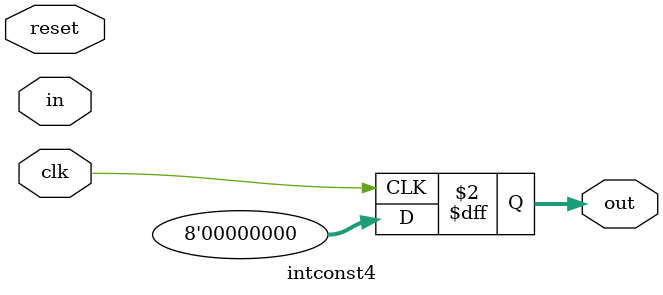
<source format=v>
module intconst4
  (input wire       reset,
   input wire       clk,
   input wire [7:0] in,
   output reg [7:0] out);

   always @(posedge clk) out <= 7 'sD 0;

endmodule

</source>
